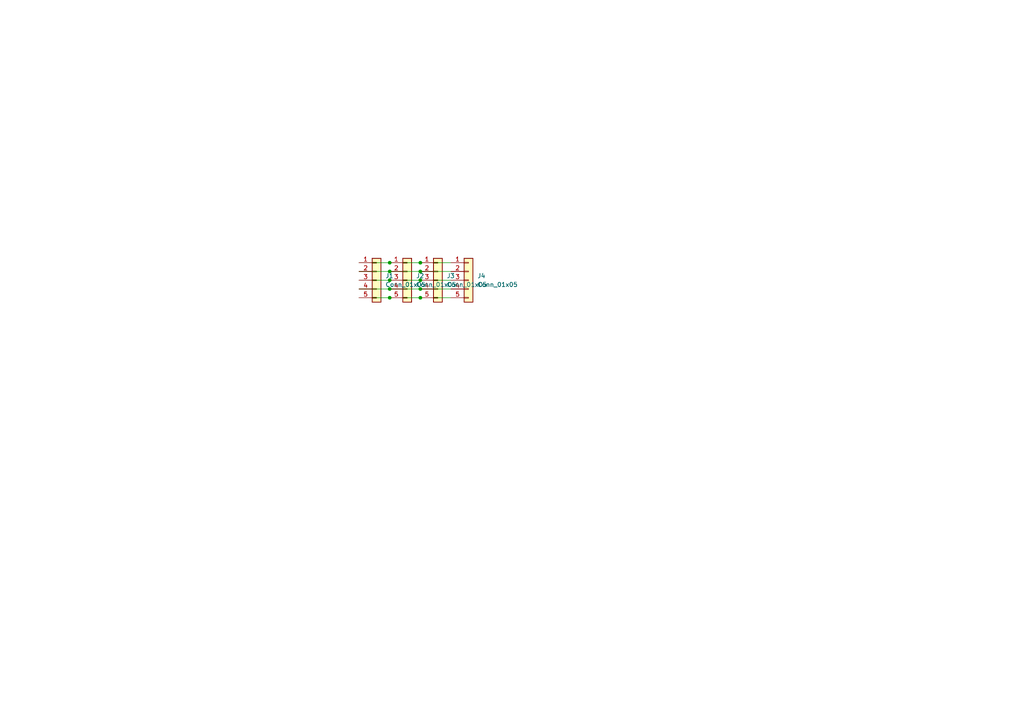
<source format=kicad_sch>
(kicad_sch (version 20230121) (generator eeschema)
  (paper "A4")
  (lib_symbols
    (symbol "Connector_Generic:Conn_01x05" (pin_names (offset 1.016) hide)
      (property "Reference" "J" (at 0 7.62 0))
      (property "Value" "Conn_01x05" (at 0 -7.62 0))
      (symbol "Conn_01x05_1_1"
        (rectangle (start -1.27 -4.953) (end 0 -5.207) (stroke (width 0.1524)))
        (rectangle (start -1.27 -2.413) (end 0 -2.667) (stroke (width 0.1524)))
        (rectangle (start -1.27 0.127) (end 0 -0.127) (stroke (width 0.1524)))
        (rectangle (start -1.27 2.667) (end 0 2.413) (stroke (width 0.1524)))
        (rectangle (start -1.27 5.207) (end 0 4.953) (stroke (width 0.1524)))
        (rectangle (start -1.27 6.35) (end 1.27 -6.35) (stroke (width 0.254)) (fill (type background)))
        (pin passive line (at -5.08 5.08 0) (length 3.81) (name "Pin_1") (number "1"))
        (pin passive line (at -5.08 2.54 0) (length 3.81) (name "Pin_2") (number "2"))
        (pin passive line (at -5.08 0 0) (length 3.81) (name "Pin_3") (number "3"))
        (pin passive line (at -5.08 -2.54 0) (length 3.81) (name "Pin_4") (number "4"))
        (pin passive line (at -5.08 -5.08 0) (length 3.81) (name "Pin_5") (number "5"))
      )
    )
  )
  (junction (at 113.03 83.82))
  (junction (at 121.92 86.36))
  (junction (at 113.03 86.36))
  (junction (at 121.92 78.74))
  (junction (at 113.03 76.2))
  (junction (at 121.92 76.2))
  (junction (at 113.03 81.28))
  (junction (at 121.92 81.28))
  (junction (at 113.03 78.74))
  (junction (at 121.92 83.82))
  (wire (pts (xy 113.03 76.2) (xy 104.14 76.2)))
  (wire (pts (xy 113.03 86.36) (xy 104.14 86.36)))
  (wire (pts (xy 121.92 81.28) (xy 113.03 81.28)))
  (wire (pts (xy 121.92 78.74) (xy 113.03 78.74)))
  (wire (pts (xy 121.92 86.36) (xy 113.03 86.36)))
  (wire (pts (xy 130.81 76.2) (xy 121.92 76.2)))
  (wire (pts (xy 121.92 76.2) (xy 113.03 76.2)))
  (wire (pts (xy 130.81 86.36) (xy 121.92 86.36)))
  (wire (pts (xy 130.81 83.82) (xy 121.92 83.82)))
  (wire (pts (xy 121.92 83.82) (xy 113.03 83.82)))
  (wire (pts (xy 130.81 78.74) (xy 121.92 78.74)))
  (wire (pts (xy 113.03 83.82) (xy 104.14 83.82)))
  (wire (pts (xy 130.81 81.28) (xy 121.92 81.28)))
  (wire (pts (xy 113.03 78.74) (xy 104.14 78.74)))
  (wire (pts (xy 113.03 81.28) (xy 104.14 81.28)))
  (symbol (lib_id "Connector_Generic:Conn_01x05") (at 118.11 81.28 0) (unit 1)
    (property "Reference" "J2" (at 120.65 80.01 0) (effects (justify left)))
    (property "Value" "Conn_01x05" (at 120.65 82.55 0) (effects (justify left)))
    (property "Footprint" "Library:PinHeader_1x05_P1.27mm_Vertical_stretch" (effects hide))
  )
  (symbol (lib_id "Connector_Generic:Conn_01x05") (at 109.22 81.28 0) (unit 1)
    (property "Reference" "J1" (at 111.76 80.01 0) (effects (justify left)))
    (property "Value" "Conn_01x05" (at 111.76 82.55 0) (effects (justify left)))
    (property "Footprint" "Library:PinHeader_1x05_P1.27mm_Vertical_stretch" (effects hide))
  )
  (symbol (lib_id "Connector_Generic:Conn_01x05") (at 135.89 81.28 0) (unit 1)
    (property "Reference" "J4" (at 138.43 80.01 0) (effects (justify left)))
    (property "Value" "Conn_01x05" (at 138.43 82.55 0) (effects (justify left)))
    (property "Footprint" "Library:PinHeader_1x05_P2.54mm_Vertical_stretch" (effects hide))
  )
  (symbol (lib_id "Connector_Generic:Conn_01x05") (at 127 81.28 0) (unit 1)
    (property "Reference" "J3" (at 129.54 80.01 0) (effects (justify left)))
    (property "Value" "Conn_01x05" (at 129.54 82.55 0) (effects (justify left)))
    (property "Footprint" "Library:PinHeader_1x05_P2.54mm_Vertical_stretch" (effects hide))
  )
)
</source>
